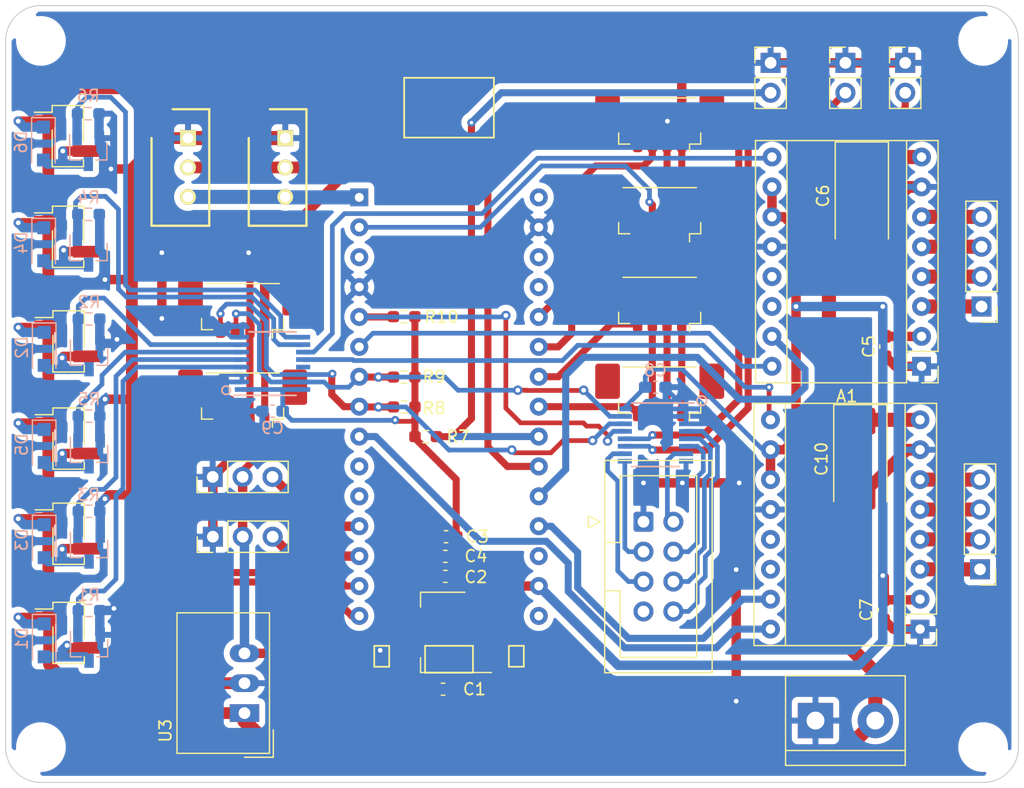
<source format=kicad_pcb>
(kicad_pcb (version 20211014) (generator pcbnew)
  (layers (0 "F.Cu" signal) (31 "B.Cu" signal) (34 "B.Paste" user) (35 "F.Paste" user) (36 "B.SilkS" user "B.Silkscreen") (37 "F.SilkS" user "F.Silkscreen") (38 "B.Mask" user) (39 "F.Mask" user) (44 "Edge.Cuts" user))
  (net 0 "")
  (net 1 "GND")
  (net 2 "PEN1")
  (net 3 "+3V3")
  (net 4 "Net-(A1-Pad3)")
  (net 5 "Net-(A1-Pad4)")
  (net 6 "Net-(A1-Pad5)")
  (net 8 "Net-(A1-Pad6)")
  (net 10 "PSTEP1")
  (net 11 "+12V")
  (net 12 "PDIR1")
  (net 13 "PEN2")
  (net 14 "Net-(A2-Pad3)")
  (net 15 "Net-(A2-Pad4)")
  (net 16 "Net-(A2-Pad5)")
  (net 18 "Net-(A2-Pad6)")
  (net 20 "PSTEP2")
  (net 21 "PDIR2")
  (net 22 "+5V")
  (net 23 "Net-(D1-Pad2)")
  (net 24 "Net-(D2-Pad2)")
  (net 25 "Net-(D3-Pad2)")
  (net 26 "Net-(D4-Pad2)")
  (net 27 "Net-(D5-Pad2)")
  (net 28 "Net-(D6-Pad2)")
  (net 29 "SERVO1")
  (net 30 "SERVO2")
  (net 31 "FDC1")
  (net 32 "FDC2")
  (net 33 "Dynamixel")
  (net 34 "PRESSURE1")
  (net 35 "PRESSURE_CLK")
  (net 36 "PRESSURE2")
  (net 37 "PRESSURE3")
  (net 38 "DISPLAY_DIO")
  (net 39 "DISPLAY_CLK")
  (net 40 "UART2_TX")
  (net 41 "UART2_RX")
  (net 42 "I2C1_SDA")
  (net 43 "I2C1_SCL")
  (net 44 "R_MEAS")
  (net 45 "COLOR")
  (net 46 "LEDR")
  (net 47 "LEDB")
  (net 48 "TIRETTE")
  (net 49 "BUTTON")
  (net 50 "LEDG")
  (net 52 "PUMP1")
  (net 53 "EV1")
  (net 54 "PUMP2")
  (net 55 "EV2")
  (net 56 "PUMP3")
  (net 57 "EV3")
  (net 58 "TCA_INT")
  (footprint "Capacitor_SMD:C_0603_1608Metric_Pad1.08x0.95mm_HandSolder" (layer "F.Cu") (at 120.338 104.794 180)
    (fp_text reference "C4")
    (fp_text value "10u")
  )
  (footprint "MountingHole:MountingHole_3.2mm_M3" (layer "F.Cu") (at 86 121)
    (fp_text reference "REF**" hide)
    (fp_text value "MountingHole_3.2mm_M3" hide)
  )
  (footprint "myFootprints:SHDR3W70P0X250_1X3_990X490X590P" (layer "F.Cu") (at 98.49 69.255 90)
    (fp_text reference "J7" hide)
    (fp_text value "22-03-5035" hide)
  )
  (footprint "Capacitor_Tantalum_SMD:CP_EIA-7343-31_Kemet-D_Pad2.25x2.55mm_HandSolder" (layer "F.Cu") (at 155.575 96.495 -90)
    (fp_text reference "C10")
    (fp_text value "100u")
  )
  (footprint "Converter_DCDC:Converter_DCDC_TRACO_TSR-1_THT" (layer "F.Cu") (at 103.2825 118.11 90)
    (fp_text reference "U3")
    (fp_text value "TSR_1-2450")
  )
  (footprint "Connector_Molex:Molex_PicoBlade_53398-0471_1x04-1MP_P1.25mm_Vertical" (layer "F.Cu") (at 138.537 76.176 180)
    (fp_text reference "J12" hide)
    (fp_text value "PRESSURE")
  )
  (footprint "Resistor_SMD:R_0603_1608Metric_Pad0.98x0.95mm_HandSolder" (layer "F.Cu") (at 118.672924 94.622595)
    (fp_text reference "R7")
    (fp_text value "1k")
  )
  (footprint "Connector_PinHeader_2.54mm:PinHeader_1x02_P2.54mm_Vertical_SMD_Pin1Left" (layer "F.Cu") (at 88.351 86.53)
    (fp_text reference "J6" hide)
    (fp_text value "EV" hide)
  )
  (footprint "MountingHole:MountingHole_3.2mm_M3" (layer "F.Cu") (at 166 121)
    (fp_text reference "REF**" hide)
    (fp_text value "MountingHole_3.2mm_M3" hide)
  )
  (footprint "Capacitor_SMD:C_0603_1608Metric_Pad1.08x0.95mm_HandSolder" (layer "F.Cu") (at 120.338 106.4958 180)
    (fp_text reference "C2")
    (fp_text value "10u")
  )
  (footprint "Connector_PinHeader_2.54mm:PinHeader_1x02_P2.54mm_Vertical_SMD_Pin1Left" (layer "F.Cu") (at 88.308 77.64)
    (fp_text reference "J11" hide)
    (fp_text value "EV")
  )
  (footprint "Resistor_SMD:R_0603_1608Metric_Pad0.98x0.95mm_HandSolder" (layer "F.Cu") (at 116.84 89.5604 180)
    (fp_text reference "R9")
    (fp_text value "2.2k")
  )
  (footprint "Connector_PinHeader_2.54mm:PinHeader_1x02_P2.54mm_Vertical_SMD_Pin1Left" (layer "F.Cu") (at 88.351 102.87)
    (fp_text reference "J10" hide)
    (fp_text value "PUMP")
  )
  (footprint "Module:Pololu_Breakout-16_15.2x20.3mm" (layer "F.Cu") (at 160.645 110.973 180)
    (fp_text reference "A2" hide)
    (fp_text value "Pololu_Breakout_A4988")
  )
  (footprint "Connector_PinHeader_2.54mm:PinHeader_1x02_P2.54mm_Vertical" (layer "F.Cu") (at 154.305 62.865)
    (fp_text reference "J3" hide)
    (fp_text value "FDC")
  )
  (footprint "Module:Pololu_Breakout-16_15.2x20.3mm" (layer "F.Cu") (at 160.772 88.646 180)
    (fp_text reference "A1")
    (fp_text value "Pololu_Breakout_A4988")
  )
  (footprint "Connector_PinHeader_2.54mm:PinHeader_1x02_P2.54mm_Vertical_SMD_Pin1Left" (layer "F.Cu") (at 88.2845 69.088)
    (fp_text reference "J17" hide)
    (fp_text value "EV")
  )
  (footprint "Connector_IDC:IDC-Header_2x04_P2.54mm_Vertical" (layer "F.Cu") (at 137.16 101.854)
    (fp_text reference "J22" hide)
    (fp_text value "HMI")
  )
  (footprint "myFootprints:SHDR3W70P0X250_1X3_990X490X590P" (layer "F.Cu") (at 106.745 69.255 90)
    (fp_text reference "J8" hide)
    (fp_text value "22-03-5035" hide)
  )
  (footprint "myFootprints:NUCLEO32" (layer "F.Cu") (at 120.65 92.075)
    (fp_text reference "U9" hide)
    (fp_text value "NUCLEO32-L432KC")
  )
  (footprint "Connector_Molex:Molex_PicoBlade_53398-0471_1x04-1MP_P1.25mm_Vertical" (layer "F.Cu") (at 103.124 84.328 180)
    (fp_text reference "J19" hide)
    (fp_text value "I2C")
  )
  (footprint "Connector_Molex:Molex_PicoBlade_53398-0471_1x04-1MP_P1.25mm_Vertical" (layer "F.Cu") (at 103.124 91.924 180)
    (fp_text reference "J15" hide)
    (fp_text value "DISPLAY")
  )
  (footprint "Connector_Molex:Molex_PicoBlade_53398-0471_1x04-1MP_P1.25mm_Vertical" (layer "F.Cu") (at 138.537 83.796 180)
    (fp_text reference "J13" hide)
    (fp_text value "PRESSURE")
  )
  (footprint "Connector_PinHeader_2.54mm:PinHeader_1x03_P2.54mm_Vertical" (layer "F.Cu") (at 100.584 98.044 90)
    (fp_text reference "J1" hide)
    (fp_text value "SERVO")
  )
  (footprint "Package_TO_SOT_SMD:SOT-223-3_TabPin2" (layer "F.Cu") (at 120.142 111.252 180)
    (fp_text reference "U4" hide)
    (fp_text value "LM3940_IMP3.3")
  )
  (footprint "Connector_PinHeader_2.54mm:PinHeader_1x02_P2.54mm_Vertical" (layer "F.Cu") (at 147.955 62.865)
    (fp_text reference "J21" hide)
    (fp_text value "Rmeas")
  )
  (footprint "Capacitor_SMD:C_0603_1608Metric_Pad1.08x0.95mm_HandSolder" (layer "F.Cu") (at 120.396 103.124 180)
    (fp_text reference "C3")
    (fp_text value "10u")
  )
  (footprint "Connector_PinHeader_2.54mm:PinHeader_1x02_P2.54mm_Vertical_SMD_Pin1Left" (layer "F.Cu") (at 88.351 111.295)
    (fp_text reference "J5" hide)
    (fp_text value "PUMP")
  )
  (footprint "Capacitor_SMD:C_0603_1608Metric_Pad1.08x0.95mm_HandSolder" (layer "F.Cu") (at 157.734 86.9685 90)
    (fp_text reference "C5")
    (fp_text value "100n")
  )
  (footprint "Connector_PinHeader_2.54mm:PinHeader_1x04_P2.54mm_Vertical" (layer "F.Cu") (at 165.862 83.566 180)
    (fp_text reference "J20" hide)
    (fp_text value "STEPPER")
  )
  (footprint "Capacitor_SMD:C_0603_1608Metric_Pad1.08x0.95mm_HandSolder" (layer "F.Cu") (at 157.607 109.3485 90)
    (fp_text reference "C7")
    (fp_text value "100n")
  )
  (footprint "Connector_PinHeader_2.54mm:PinHeader_1x02_P2.54mm_Vertical" (layer "F.Cu") (at 159.385 62.865)
    (fp_text reference "J4" hide)
    (fp_text value "FDC")
  )
  (footprint "TerminalBlock:TerminalBlock_bornier-2_P5.08mm" (layer "F.Cu") (at 151.765 118.745)
    (fp_text reference "J9" hide)
    (fp_text value "Screw_Terminal_01x02" hide)
  )
  (footprint "Connector_PinHeader_2.54mm:PinHeader_1x02_P2.54mm_Vertical_SMD_Pin1Left" (layer "F.Cu") (at 88.351 94.785)
    (fp_text reference "J16" hide)
    (fp_text value "PUMP")
  )
  (footprint "Resistor_SMD:R_0603_1608Metric_Pad0.98x0.95mm_HandSolder" (layer "F.Cu") (at 116.8381 84.4296 180)
    (fp_text reference "R10")
    (fp_text value "4.7k")
  )
  (footprint "MountingHole:MountingHole_3.2mm_M3" (layer "F.Cu") (at 86 61)
    (fp_text reference "REF**" hide)
    (fp_text value "MountingHole_3.2mm_M3" hide)
  )
  (footprint "Resistor_SMD:R_0603_1608Metric_Pad0.98x0.95mm_HandSolder" (layer "F.Cu") (at 116.8419 92.1004 180)
    (fp_text reference "R8")
    (fp_text value "2.2k")
  )
  (footprint "Connector_Molex:Molex_PicoBlade_53398-0471_1x04-1MP_P1.25mm_Vertical" (layer "F.Cu") (at 138.537 91.416 180)
    (fp_text reference "J14" hide)
    (fp_text value "PRESSURE")
  )
  (footprint "Connector_Molex:Molex_PicoBlade_53398-0471_1x04-1MP_P1.25mm_Vertical" (layer "F.Cu") (at 138.537 68.556 180)
    (fp_text reference "J18" hide)
    (fp_text value "UART")
  )
  (footprint "Connector_PinHeader_2.54mm:PinHeader_1x04_P2.54mm_Vertical" (layer "F.Cu") (at 165.735 105.893 180)
    (fp_text reference "J23" hide)
    (fp_text value "STEPPER")
  )
  (footprint "Capacitor_SMD:C_0603_1608Metric_Pad1.08x0.95mm_HandSolder" (layer "F.Cu") (at 120.142 116.078 180)
    (fp_text reference "C1")
    (fp_text value "470n")
  )
  (footprint "Capacitor_Tantalum_SMD:CP_EIA-7343-31_Kemet-D_Pad2.25x2.55mm_HandSolder" (layer "F.Cu") (at 155.702 74.168 -90)
    (fp_text reference "C6")
    (fp_text value "100u")
  )
  (footprint "Connector_PinHeader_2.54mm:PinHeader_1x03_P2.54mm_Vertical" (layer "F.Cu") (at 100.599 103.124 90)
    (fp_text reference "J2" hide)
    (fp_text value "SERVO")
  )
  (footprint "MountingHole:MountingHole_3.2mm_M3" (layer "F.Cu") (at 166 61)
    (fp_text reference "REF**" hide)
    (fp_text value "MountingHole_3.2mm_M3" hide)
  )
  (footprint "Diode_SMD:D_SOD-123F" (layer "B.Cu") (at 86.276 111.93 -90)
    (fp_text reference "D1")
    (fp_text value "PMEG2020EH")
  )
  (footprint "Resistor_SMD:R_0603_1608Metric_Pad0.98x0.95mm_HandSolder" (layer "B.Cu") (at 90.0195 67.183)
    (fp_text reference "R6")
    (fp_text value "10k")
  )
  (footprint "Capacitor_SMD:C_0603_1608Metric_Pad1.08x0.95mm_HandSolder" (layer "B.Cu") (at 138.176 90.424 180)
    (fp_text reference "C8")
    (fp_text value "100n")
  )
  (footprint "Resistor_SMD:R_0603_1608Metric_Pad0.98x0.95mm_HandSolder" (layer "B.Cu") (at 90.086 100.965)
    (fp_text reference "R3")
    (fp_text value "10k")
  )
  (footprint "myFootprints:SOT-23" (layer "B.Cu") (at 90.043 78.91 -90)
    (fp_text reference "U6" hide)
    (fp_text value "IRLML6344" hide)
  )
  (footprint "Diode_SMD:D_SOD-123F" (layer "B.Cu") (at 86.276 87.165 -90)
    (fp_text reference "D2")
    (fp_text value "PMEG2020EH" hide)
  )
  (footprint "Diode_SMD:D_SOD-123F" (layer "B.Cu") (at 86.233 78.275 -90)
    (fp_text reference "D4")
    (fp_text value "PMEG2020EH" hide)
  )
  (footprint "Resistor_SMD:R_0603_1608Metric_Pad0.98x0.95mm_HandSolder" (layer "B.Cu") (at 90.086 84.625)
    (fp_text reference "R2")
    (fp_text value "10k")
  )
  (footprint "Resistor_SMD:R_0603_1608Metric_Pad0.98x0.95mm_HandSolder" (layer "B.Cu") (at 90.086 109.39)
    (fp_text reference "R1")
    (fp_text value "10k")
  )
  (footprint "myFootprints:SOT-23" (layer "B.Cu") (at 90.0195 70.358 -90)
    (fp_text reference "U8" hide)
    (fp_text value "IRLML6344" hide)
  )
  (footprint "Capacitor_SMD:C_0603_1608Metric_Pad1.08x0.95mm_HandSolder" (layer "B.Cu") (at 105.664 92.456)
    (fp_text reference "C9")
    (fp_text value "100n")
  )
  (footprint "Resistor_SMD:R_0603_1608Metric_Pad0.98x0.95mm_HandSolder" (layer "B.Cu") (at 90.043 75.735)
    (fp_text reference "R4")
    (fp_text value "10k")
  )
  (footprint "Diode_SMD:D_SOD-123F" (layer "B.Cu") (at 86.276 103.505 -90)
    (fp_text reference "D3")
    (fp_text value "PMEG2020EH")
  )
  (footprint "myFootprints:SOT-23" (layer "B.Cu") (at 90.086 96.055 -90)
    (fp_text reference "U7" hide)
    (fp_text value "IRLML6344")
  )
  (footprint "Diode_SMD:D_SOD-123F" (layer "B.Cu") (at 86.2095 69.723 -90)
    (fp_text reference "D6")
    (fp_text value "PMEG2020EH" hide)
  )
  (footprint "Package_SO:SSOP-16_3.9x4.9mm_P0.635mm" (layer "B.Cu") (at 138.176 94.488 180)
    (fp_text reference "U10" hide)
    (fp_text value "TCA9554DBQ")
  )
  (footprint "myFootprints:SOT-23" (layer "B.Cu") (at 90.086 87.8 -90)
    (fp_text reference "U2" hide)
    (fp_text value "IRLML6344" hide)
  )
  (footprint "Resistor_SMD:R_0603_1608Metric_Pad0.98x0.95mm_HandSolder" (layer "B.Cu") (at 90.086 92.88)
    (fp_text reference "R5")
    (fp_text value "10k")
  )
  (footprint "Diode_SMD:D_SOD-123F" (layer "B.Cu") (at 86.276 95.42 -90)
    (fp_text reference "D5")
    (fp_text value "PMEG2020EH")
  )
  (footprint "myFootprints:SOT-23" (layer "B.Cu") (at 90.086 112.565 -90)
    (fp_text reference "U1" hide)
    (fp_text value "IRLML6344")
  )
  (footprint "myFootprints:SOT-23" (layer "B.Cu") (at 90.086 104.14 -90)
    (fp_text reference "U5" hide)
    (fp_text value "IRLML6344")
  )
  (footprint "Package_SO:SSOP-16_3.9x4.9mm_P0.635mm" (layer "B.Cu") (at 105.664 88.392)
    (fp_text reference "U11" hide)
    (fp_text value "TCA9554DBQ")
  )
  (gr_circle (center 101.727 90.678) (end 101.981 90.932) (layer "B.SilkS") (width 0.15) (fill none))
  (gr_circle (center 142.113 91.567) (end 142.24 91.948) (layer "B.SilkS") (width 0.15) (fill none))
  (gr_line (start 83 121) (end 83 61) (layer "Edge.Cuts") (width 0.1))
  (gr_arc (start 83 61) (mid 83.87868 58.87868) (end 86 58) (layer "Edge.Cuts") (width 0.1))
  (gr_arc (start 169 121) (mid 168.12132 123.12132) (end 166 124) (layer "Edge.Cuts") (width 0.1))
  (gr_line (start 86 58) (end 166 58) (layer "Edge.Cuts") (width 0.1))
  (gr_line (start 166 124) (end 86 124) (layer "Edge.Cuts") (width 0.1))
  (gr_arc (start 166 58) (mid 168.12132 58.87868) (end 169 61) (layer "Edge.Cuts") (width 0.1))
  (gr_arc (start 86 124) (mid 83.87868 123.12132) (end 83 121) (layer "Edge.Cuts") (width 0.1))
  (gr_line (start 169 61) (end 169 121) (layer "Edge.Cuts") (width 0.1))
  (segment (start 139.162 77.426) (end 139.162 85.046) (width 0.6) (layer "F.Cu") (net 1))
  (segment (start 99.06 115.57) (end 103.2825 115.57) (width 1) (layer "F.Cu") (net 1))
  (segment (start 91.948 71.882) (end 93.726 71.882) (width 0.8) (layer "F.Cu") (net 1))
  (segment (start 93.726 86.36) (end 93.726 91.44) (width 1) (layer "F.Cu") (net 1))
  (segment (start 103.749 94.879) (end 103.749 93.174) (width 0.8) (layer "F.Cu") (net 1))
  (segment (start 96.353 69.255) (end 93.726 71.882) (width 1) (layer "F.Cu") (net 1))
  (segment (start 93.726 91.44) (end 93.726 99.568) (width 1) (layer "F.Cu") (net 1))
  (segment (start 103.749 85.578) (end 103.749 79.111) (width 0.6) (layer "F.Cu") (net 1))
  (segment (start 119.5335 104.736) (end 119.4755 104.794) (width 0.8) (layer "F.Cu") (net 1))
  (segment (start 158.549 88.646) (end 157.734 87.831) (width 0.8) (layer "F.Cu") (net 1))
  (segment (start 145.034 105.918) (end 145.034 117.094) (width 0.8) (layer "F.Cu") (net 1))
  (segment (start 159.664 73.406) (end 155.702 77.368) (width 1) (layer "F.Cu") (net 1))
  (segment (start 96.266 84.582) (end 96.266 78.994) (width 0.8) (layer "F.Cu") (net 1))
  (segment (start 103.749 85.578) (end 103.749 93.174) (width 0.6) (layer "F.Cu") (net 1))
  (segment (start 158.369 110.973) (end 157.607 110.211) (width 0.8) (layer "F.Cu") (net 1))
  (segment (start 91.77452 99.568) (end 93.726 99.568) (width 0.8) (layer "F.Cu") (net 1))
  (segment (start 159.385 62.865) (end 154.305 62.865) (width 0.8) (layer "F.Cu") (net 1))
  (segment (start 123.292 111.252) (end 116.992 111.252) (width 0.8) (layer "F.Cu") (net 1))
  (segment (start 103.749 79.111) (end 103.632 78.994) (width 0.6) (layer "F.Cu") (net 1))
  (segment (start 98.49 69.255) (end 96.353 69.255) (width 1) (layer "F.Cu") (net 1))
  (segment (start 91.44 99.90252) (end 91.77452 99.568) (width 0.8) (layer "F.Cu") (net 1))
  (segment (start 160.645 95.733) (end 159.537 95.733) (width 1) (layer "F.Cu") (net 1))
  (segment (start 93.726 71.882) (end 93.726 81.534) (width 1) (layer "F.Cu") (net 1))
  (segment (start 106.745 69.255) (end 98.49 69.255) (width 1.2) (layer "F.Cu") (net 1))
  (segment (start 91.44 91.44) (end 93.726 91.44) (width 0.8) (layer "F.Cu") (net 1))
  (segment (start 116.992 108.9793) (end 119.4755 106.4958) (width 0.8) (layer "F.Cu") (net 1))
  (segment (start 139.162 69.806) (end 139.162 77.426) (width 0.6) (layer "F.Cu") (net 1))
  (segment (start 93.472 109.22) (end 93.726 108.966) (width 0.8) (layer "F.Cu") (net 1))
  (segment (start 116.992 111.252) (end 116.992 108.9793) (width 0.8) (layer "F.Cu") (net 1))
  (segment (start 159.537 95.733) (end 155.575 99.695) (width 1) (layer "F.Cu") (net 1))
  (segment (start 154.305 62.865) (end 147.955 62.865) (width 0.8) (layer "F.Cu") (net 1))
  (segment (start 100.584 98.044) (end 103.749 94.879) (width 0.8) (layer "F.Cu") (net 1))
  (segment (start 92.456 86.36) (end 93.726 86.36) (width 0.8) (layer "F.Cu") (net 1))
  (segment (start 119.4755 104.794) (end 119.4755 106.4958) (width 0.8) (layer "F.Cu") (net 1))
  (segment (start 139.162 85.046) (end 139.162 92.666) (width 0.6) (layer "F.Cu") (net 1))
  (segment (start 93.726 108.966) (end 93.726 110.236) (width 1) (layer "F.Cu") (net 1))
  (segment (start 160.772 88.646) (end 158.549 88.646) (width 0.8) (layer "F.Cu") (net 1))
  (segment (start 93.726 99.568) (end 93.726 108.966) (width 1) (layer "F.Cu") (net 1))
  (segment (start 139.162 67.848) (end 139.192 67.818) (width 0.6) (layer "F.Cu") (net 1))
  (segment (start 92.202 109.22) (end 93.472 109.22) (width 0.8) (layer "F.Cu") (net 1))
  (segment (start 100.599 98.059) (end 100.584 98.044) (width 0.8) (layer "F.Cu") (net 1))
  (segment (start 139.162 69.806) (end 139.162 67.848) (width 0.6) (layer "F.Cu") (net 1))
  (segment (start 119.2795 113.5395) (end 116.992 111.252) (width 0.8) (layer "F.Cu") (net 1))
  (segment (start 100.599 103.124) (end 100.599 98.059) (width 0.8) (layer "F.Cu") (net 1))
  (segment (start 116.332 111.252) (end 114.808 112.776) (width 0.8) (layer "F.Cu") (net 1))
  (segment (start 119.5335 103.124) (end 119.5335 104.736) (width 0.8) (layer "F.Cu") (net 1))
  (segment (start 116.992 111.252) (end 116.332 111.252) (width 0.8) (layer "F.Cu") (net 1))
  (segment (start 93.726 110.236) (end 99.06 115.57) (width 1) (layer "F.Cu") (net 1))
  (segment (start 93.726 81.534) (end 93.726 86.36) (width 1) (layer "F.Cu") (net 1))
  (segment (start 140.462 98.552) (end 137.16 98.552) (width 0.8) (layer "F.Cu") (net 1))
  (segment (start 93.472 81.28) (end 93.726 81.534) (width 0.8) (layer "F.Cu") (net 1))
  (segment (start 160.772 73.406) (end 159.664 73.406) (width 1) (layer "F.Cu") (net 1))
  (segment (start 140.462 98.552) (end 145.288 98.552) (width 0.8) (layer "F.Cu") (net 1))
  (segment (start 160.645 110.973) (end 158.369 110.973) (width 0.8) (layer "F.Cu") (net 1))
  (segment (start 119.2795 116.078) (end 119.2795 113.5395) (width 0.8) (layer "F.Cu") (net 1))
  (segment (start 91.44 81.28) (end 93.472 81.28) (width 0.8) (layer "F.Cu") (net 1))
  (via (at 91.948 71.882) (size 0.8) (drill 0.4) (layers "F.Cu" "B.Cu") (net 1))
  (via (at 139.192 67.818) (size 0.8) (drill 0.4) (layers "F.Cu" "B.Cu") (net 1))
  (via (at 96.266 78.994) (size 0.8) (drill 0.4) (layers "F.Cu" "B.Cu") (net 1))
  (via (at 145.034 105.918) (size 0.8) (drill 0.4) (layers "F.Cu" "B.Cu") (net 1))
  (via (at 92.202 109.22) (size 0.8) (drill 0.4) (layers "F.Cu" "B.Cu") (net 1))
  (via (at 91.44 99.90252) (size 0.8) (drill 0.4) (layers "F.Cu" "B.Cu") (net 1))
  (via (at 140.462 98.552) (size 0.8) (drill 0.4) (layers "F.Cu" "B.Cu") (net 1))
  (via (at 145.034 117.094) (size 0.8) (drill 0.4) (layers "F.Cu" "B.Cu") (net 1))
  (via (at 103.632 78.994) (size 0.8) (drill 0.4) (layers "F.Cu" "B.Cu") (net 1))
  (via (at 91.44 81.28) (size 0.8) (drill 0.4) (layers "F.Cu" "B.Cu") (net 1))
  (via (at 114.808 112.776) (size 0.8) (drill 0.4) (layers "F.Cu" "B.Cu") (net 1))
  (via (at 96.266 84.582) (size 0.8) (drill 0.4) (layers "F.Cu" "B.Cu") (net 1))
  (via (at 145.288 98.552) (size 0.8) (drill 0.4) (layers "F.Cu" "B.Cu") (net 1))
  (via (at 91.44 91.44) (size 0.8) (drill 0.4) (layers "F.Cu" "B.Cu") (net 1))
  (via (at 137.16 98.552) (size 0.8) (drill 0.4) (layers "F.Cu" "B.Cu") (net 1))
  (via (at 92.456 86.36) (size 0.8) (drill 0.4) (layers "F.Cu" "B.Cu") (net 1))
  (segment (start 92.116 86.7) (end 92.456 86.36) (width 0.8) (layer "B.Cu") (net 1))
  (segment (start 140.776 92.9005) (end 142.6845 92.9005) (width 0.4) (layer "B.Cu") (net 1))
  (segment (start 142.748 92.456) (end 142.748 92.964) (width 0.4) (layer "B.Cu") (net 1))
  (segment (start 90.932 67.183) (end 90.932 69.2205) (width 0.8) (layer "B.Cu") (net 1))
  (segment (start 90.932 69.2205) (end 90.9695 69.258) (width 0.8) (layer "B.Cu") (net 1))
  (segment (start 103.064 89.3445) (end 101.4095 89.3445) (width 0.4) (layer "B.Cu") (net 1))
  (segment (start 90.9985 111.4275) (end 91.036 111.465) (width 0.8) (layer "B.Cu") (net 1))
  (segment (start 101.7905 89.9795) (end 100.584 91.186) (width 0.4) (layer "B.Cu") (net 1))
  (segment (start 90.9985 109.39) (end 90.9985 111.4275) (width 0.8) (layer "B.Cu") (net 1))
  (segment (start 100.584 84.582) (end 96.266 84.582) (width 0.4) (layer "B.Cu") (net 1))
  (segment (start 90.9695 69.6335) (end 91.948 70.612) (width 0.8) (layer "B.Cu") (net 1))
  (segment (start 90.9695 69.258) (end 90.9695 69.6335) (width 0.8) (layer "B.Cu") (net 1))
  (segment (start 140.776 98.238) (end 140.462 98.552) (width 0.4) (layer "B.Cu") (net 1))
  (segment (start 140.776 96.7105) (end 140.776 98.238) (width 0.4) (layer "B.Cu") (net 1))
  (segment (start 91.44 79.248) (end 91.44 81.28) (width 0.8) (layer "B.Cu") (net 1))
  (segment (start 91.948 70.612) (end 91.948 71.882) (width 0.8) (layer "B.Cu") (net 1))
  (segment (start 142.748 92.964) (end 142.748 93.472) (width 0.4) (layer "B.Cu") (net 1))
  (segment (start 90.9985 94.9175) (end 91.036 94.955) (width 0.8) (layer "B.Cu") (net 1))
  (segment (start 90.993 78.801) (end 91.44 79.248) (width 0.8) (layer "B.Cu") (net 1))
  (segment (start 90.993 77.81) (end 90.993 78.801) (width 0.8) (layer "B.Cu") (net 1))
  (segment (start 91.036 86.7) (end 92.116 86.7) (width 0.8) (layer "B.Cu") (net 1))
  (segment (start 90.9985 109.39) (end 92.032 109.39) (width 0.8) (layer "B.Cu") (net 1))
  (segment (start 90.993 75.7725) (end 90.9555 75.735) (width 0.8) (layer "B.Cu") (net 1))
  (segment (start 142.5575 92.2655) (end 142.748 92.456) (width 0.4) (layer "B.Cu") (net 1))
  (segment (start 91.036 101.0025) (end 90.9985 100.965) (width 0.8) (layer "B.Cu") (net 1))
  (segment (start 142.6845 93.5355) (end 140.776 93.5355) (width 0.4) (layer "B.Cu") (net 1))
  (segment (start 90.9985 92.88) (end 90.9985 94.9175) (width 0.8) (layer "B.Cu") (net 1))
  (segment (start 142.748 93.472) (end 142.6845 93.5355) (width 0.4) (layer "B.Cu") (net 1))
  (segment (start 100.584 91.186) (end 100.584 98.044) (width 0.4) (layer "B.Cu") (net 1))
  (segment (start 92.032 109.39) (end 92.202 109.22) (width 0.8) (layer "B.Cu") (net 1))
  (segment (start 91.036 103.04) (end 91.036 101.0025) (width 0.8) (layer "B.Cu") (net 1))
  (segment (start 90.9985 86.6625) (end 91.036 86.7) (width 0.8) (layer "B.Cu") (net 1))
  (segment (start 102.1715 86.1695) (end 100.584 84.582) (width 0.4) (layer "B.Cu") (net 1))
  (segment (start 90.9985 92.88) (end 90.9985 91.8815) (width 0.8) (layer "B.Cu") (net 1))
  (segment (start 140.776 92.2655) (end 142.5575 92.2655) (width 0.4) (layer "B.Cu") (net 1))
  (segment (start 142.6845 92.9005) (end 142.748 92.964) (width 0.4) (layer "B.Cu") (net 1))
  (segment (start 90.993 77.81) (end 90.993 75.7725) (width 0.8) (layer "B.Cu") (net 1))
  (segment (start 90.9985 100.965) (end 90.9985 100.34402) (width 0.8) (layer "B.Cu") (net 1))
  (segment (start 90.9985 91.8815) (end 91.44 91.44) (width 0.8) (layer "B.Cu") (net 1))
  (segment (start 139.0385 90.424) (end 139.0385 90.528) (width 0.4) (layer "B.Cu") (net 1))
  (segment (start 139.0385 90.528) (end 140.776 92.2655) (width 0.4) (layer "B.Cu") (net 1))
  (segment (start 101.4095 89.3445) (end 100.584 90.17) (width 0.4) (layer "B.Cu") (net 1))
  (segment (start 100.584 90.17) (end 100.584 91.186) (width 0.4) (layer "B.Cu") (net 1))
  (segment (start 90.9985 100.34402) (end 91.44 99.90252) (width 0.8) (layer "B.Cu") (net 1))
  (segment (start 103.064 86.1695) (end 102.1715 86.1695) (width 0.4) (layer "B.Cu") (net 1))
  (segment (start 90.9985 84.625) (end 90.9985 86.6625) (width 0.8) (layer "B.Cu") (net 1))
  (segment (start 103.064 89.9795) (end 101.7905 89.9795) (width 0.4) (layer "B.Cu") (net 1))
  (segment (start 123.462511 75.673489) (end 128.1684 70.9676) (width 0.4) (layer "B.Cu") (net 2))
  (segment (start 111.778511 75.673489) (end 123.462511 75.673489) (width 0.4) (layer "B.Cu") (net 2))
  (segment (start 110.744 76.708) (end 111.778511 75.673489) (width 0.4) (layer "B.Cu") (net 2))
  (segment (start 128.1684 70.9676) (end 147.2592 70.9676) (width 0.4) (layer "B.Cu") (net 2))
  (segment (start 108.264 87.4395) (end 109.1565 87.4395) (width 0.4) (layer "B.Cu") (net 2))
  (segment (start 110.744 85.852) (end 110.744 76.708) (width 0.4) (layer "B.Cu") (net 2))
  (segment (start 109.1565 87.4395) (end 110.744 85.852) (width 0.4) (layer "B.Cu") (net 2))
  (segment (start 121.2005 106.4958) (end 121.2005 106.8605) (width 0.8) (layer "F.Cu") (net 3))
  (segment (start 149.098 75.946) (end 148.072 75.946) (width 0.8) (layer "F.Cu") (net 3))
  (segment (start 116.1796 93.3196) (end 117.7544 93.3196) (width 0.4) (layer "F.Cu") (net 3))
  (segment (start 117.760424 94.760424) (end 121.2585 98.2585) (width 0.6) (layer "F.Cu") (net 3))
  (segment (start 160.772 86.106) (end 157.734 86.106) (width 0.8) (layer "F.Cu") (net 3))
  (segment (start 117.7544 94.616571) (end 117.760424 94.622595) (width 0.6) (layer "F.Cu") (net 3))
  (segment (start 121.2005 104.794) (end 121.2005 106.4958) (width 0.8) (layer "F.Cu") (net 3))
  (segment (start 116.078 93.218) (end 116.1796 93.3196) (width 0.4) (layer "F.Cu") (net 3))
  (segment (start 117.7544 92.1004) (end 117.7544 89.5623) (width 0.6) (layer "F.Cu") (net 3))
  (segment (start 157.607 108.486) (end 160.592 108.486) (width 0.8) (layer "F.Cu") (net 3))
  (segment (start 157.48 85.852) (end 157.734 86.106) (width 0.8) (layer "F.Cu") (net 3))
  (segment (start 121.2585 103.124) (end 121.2585 104.736) (width 0.8) (layer "F.Cu") (net 3))
  (segment (start 121.2585 104.736) (end 121.2005 104.794) (width 0.8) (layer "F.Cu") (net 3))
  (segment (start 121.2005 106.8605) (end 123.292 108.952) (width 0.8) (layer "F.Cu") (net 3))
  (segment (start 117.760424 94.622595) (end 117.760424 94.760424) (width 0.6) (layer "F.Cu") (net 3))
  (segment (start 124.929 107.315) (end 123.292 108.952) (width 0.8) (layer "F.Cu") (net 3))
  (segment (start 128.27 107.315) (end 124.929 107.315) (width 0.8) (layer "F.Cu") (net 3))
  (segment (start 149.123 95.733) (end 150.114 94.742) (width 0.8) (layer "F.Cu") (net 3))
  (segment (start 148.072 73.406) (end 148.072 75.946) (width 0.8) (layer "F.Cu") (net 3))
  (segment (start 117.7525 84.4315) (end 117.7506 84.4296) (width 0.6) (layer "F.Cu") (net 3))
  (segment (start 117.7525 89.5604) (end 117.7525 84.4315) (width 0.6) (layer "F.Cu") (net 3))
  (segment (start 121.2585 98.2585) (end 121.2585 103.124) (width 0.6) (layer "F.Cu") (net 3))
  (segment (start 157.607 108.486) (end 157.607 106.553) (width 0.8) (layer "F.Cu") (net 3))
  (segment (start 157.607 106.553) (end 157.48 106.426) (width 0.8) (layer "F.Cu") (net 3))
  (segment (start 117.7544 93.3196) (end 117.7544 94.616571) (width 0.6) (layer "F.Cu") (net 3))
  (segment (start 150.114 76.962) (end 149.098 75.946) (width 0.8) (layer "F.Cu") (net 3))
  (segment (start 150.114 94.742) (end 150.114 76.962) (width 0.8) (layer "F.Cu") (net 3))
  (segment (start 117.7544 89.5623) (end 117.7525 89.5604) (width 0.6) (layer "F.Cu") (net 3))
  (segment (start 117.7544 92.1004) (end 117.7544 93.3196) (width 0.6) (layer "F.Cu") (net 3))
  (segment (start 160.592 108.486) (end 160.645 108.433) (width 0.8) (layer "F.Cu") (net 3))
  (segment (start 157.48 83.566) (end 157.48 85.852) (width 0.8) (layer "F.Cu") (net 3))
  (segment (start 147.945 95.733) (end 147.945 98.273) (width 0.8) (layer "F.Cu") (net 3))
  (segment (start 147.945 95.733) (end 149.123 95.733) (width 0.8) (layer "F.Cu") (net 3))
  (via (at 157.48 83.566) (size 0.8) (drill 0.4) (layers "F.Cu" "B.Cu") (net 3))
  (via (at 157.48 106.426) (size 0.8) (drill 0.4) (layers "F.Cu" "B.Cu") (net 3))
  (via (at 150.114 83.566) (size 0.8) (drill 0.4) (layers "F.Cu" "B.Cu") (net 3))
  (via (at 116.078 93.218) (size 0.7) (drill 0.3) (layers "F.Cu" "B.Cu") (net 3))
  (segment (start 135.576 92.2655) (end 135.576 92.1615) (width 0.4) (layer "B.Cu") (net 3))
  (segment (start 155.448 114.046) (end 135.001 114.046) (width 0.8) (layer "B.Cu") (net 3))
  (segment (start 147.295 95.733) (end 147.945 95.733) (width 0.4) (layer "B.Cu") (net 3))
  (segment (start 116.059489 93.236511) (end 116.078 93.218) (width 0.4) (layer "B.Cu") (net 3))
  (segment (start 157.48 106.426) (end 157.48 112.014) (width 0.8) (layer "B.Cu") (net 3))
  (segment (start 140.462 88.9) (end 147.295 95.733) (width 0.4) (layer "B.Cu") (net 3))
  (segment (start 137.3135 90.424) (end 137.3135 89.5085) (width 0.4) (layer "B.Cu") (net 3))
  (segment (start 106.5265 92.456) (end 106.5265 90.7555) (width 0.4) (layer "B.Cu") (net 3))
  (segment (start 137.922 88.9) (end 140.462 88.9) (width 0.4) (layer "B.Cu") (net 3))
  (segment (start 106.5265 92.456) (end 107.307011 93.236511) (width 0.4) (layer "B.Cu") (net 3))
  (segment (start 106.3855 90.6145) (end 108.264 90.6145) (width 0.4) (layer "B.Cu") (net 3))
  (segment (start 135.576 92.1615) (end 137.3135 90.424) (width 0.4) (layer "B.Cu") (net 3))
  (segment (start 107.307011 93.236511) (end 116.059489 93.236511) (width 0.4) (layer "B.Cu") (net 3))
  (segment (start 106.5265 90.7555) (end 106.3855 90.6145) (width 0.4) (layer "B.Cu") (net 3))
  (segment (start 135.001 114.046) (end 128.27 107.315) (width 0.8) (layer "B.Cu") (net 3))
  (segment (start 157.48 106.426) (end 157.48 83.566) (width 0.8) (layer "B.Cu") (net 3))
  (segment (start 157.48 83.566) (end 150.114 83.566) (width 0.8) (layer "B.Cu") (net 3))
  (segment (start 103.064 90.6145) (end 106.3855 90.6145) (width 0.4) (layer "B.Cu") (net 3))
  (segment (start 137.3135 89.5085) (end 137.922 88.9) (width 0.4) (layer "B.Cu") (net 3))
  (segment (start 157.48 112.014) (end 155.448 114.046) (width 0.8) (layer "B.Cu") (net 3))
  (segment (start 160.772 83.566) (end 165.862 83.566) (width 1.2) (layer "F.Cu") (net 4))
  (segment (start 165.862 81.026) (end 160.772 81.026) (width 1.2) (layer "F.Cu") (net 5))
  (segment (start 160.772 78.486) (end 165.862 78.486) (width 1.2) (layer "F.Cu") (net 6))
  (segment (start 165.862 75.946) (end 160.772 75.946) (width 1.2) (layer "F.Cu") (net 8))
  (segment (start 150.876 88.91) (end 148.072 86.106) (width 0.6) (layer "B.Cu") (net 10))
  (segment (start 141.732 87.884) (end 145.288 91.44) (width 0.6) (layer "B.Cu") (net 10))
  (segment (start 150.876 90.424) (end 150.876 88.91) (width 0.6) (layer "B.Cu") (net 10))
  (segment (start 145.288 91.44) (end 149.86 91.44) (width 0.6) (layer "B.Cu") (net 10))
  (segment (start 132.08 87.884) (end 141.732 87.884) (width 0.6) (layer "B.Cu") (net 10))
  (segment (start 130.556 89.408) (end 130.556 97.409) (width 0.6) (layer "B.Cu") (net 10))
  (segment (start 149.86 91.44) (end 150.876 90.424) (width 0.6) (layer "B.Cu") (net 10))
  (segment (start 130.556 97.409) (end 128.27 99.695) (width 0.6) (layer "B.Cu") (net 10))
  (segment (start 130.556 89.408) (end 132.08 87.884) (width 0.6) (layer "B.Cu") (net 10))
  (segment (start 84.074 109.982) (end 86.653 109.982) (width 0.8) (layer "F.Cu") (net 11))
  (segment (start 86.6295 67.818) (end 86.6295 66.2785) (width 1) (layer "F.Cu") (net 11))
  (segment (start 86.569 76.454) (end 86.653 76.37) (width 0.8) (layer "F.Cu") (net 11))
  (segment (start 86.6295 109.9585) (end 86.696 110.025) (width 1) (layer "F.Cu") (net 11))
  (segment (start 156.845 118.745) (end 153.924 121.666) (width 1.2) (layer "F.Cu") (net 11))
  (segment (start 153.924 121.666) (end 106.172 121.666) (width 1.2) (layer "F.Cu") (net 11))
  (segment (start 84.074 85.344) (end 86.612 85.344) (width 0.8) (layer "F.Cu") (net 11))
  (segment (start 152.908 93.472) (end 155.398 93.472) (width 1.2) (layer "F.Cu") (net 11))
  (segment (start 108.585 71.755) (end 106.745 71.755) (width 1) (layer "F.Cu") (net 11))
  (segment (start 94.615 116.84) (end 95.885 118.11) (width 1) (layer "F.Cu") (net 11))
  (segment (start 84.074 101.6) (end 86.696 101.6) (width 0.8) (layer "F.Cu") (net 11))
  (segment (start 153.822 70.968) (end 155.702 70.968) (width 1.2) (layer "F.Cu") (net 11))
  (segment (start 89.535 116.84) (end 94.615 116.84) (width 1) (layer "F.Cu") (net 11))
  (segment (start 84.074 67.818) (end 86.6295 67.818) (width 0.8) (layer "F.Cu") (net 11))
  (segment (start 152.908 93.472) (end 152.908 71.882) (width 1.2) (layer "F.Cu") (net 11))
  (segment (start 110.236 70.104) (end 108.585 71.755) (width 1) (layer "F.Cu") (net 11))
  (segment (start 107.95 65.024) (end 110.236 67.31) (width 1) (layer "F.Cu") (net 11))
  (segment (start 95.885 118.11) (end 103.2825 118.11) (width 1) (layer "F.Cu") (net 11))
  (segment (start 155.804 70.866) (end 155.702 70.968) (width 1.2) (layer "F.Cu") (net 11))
  (segment (start 110.236 67.31) (end 110.236 70.104) (width 1) (layer "F.Cu") (net 11))
  (segment (start 86.612 85.344) (end 86.696 85.26) (width 0.8) (layer "F.Cu") (net 11))
  (segment (start 86.6295 66.2785) (end 87.884 65.024) (width 1) (layer "F.Cu") (net 11))
  (segment (start 86.653 93.472) (end 86.696 93.515) (width 0.8) (layer "F.Cu") (net 11))
  (segment (start 155.677 93.193) (end 155.575 93.295) (width 1.2) (layer "F.Cu") (net 11))
  (segment (start 106.172 121.666) (end 103.2825 118.7765) (width 1.2) (layer "F.Cu") (net 11))
  (segment (start 86.653 109.982) (end 86.696 110.025) (width 0.8) (layer "F.Cu") (net 11))
  (segment (start 155.398 93.472) (end 155.575 93.295) (width 1.2) (layer "F.Cu") (net 11))
  (segment (start 86.6295 67.818) (end 86.6295 109.9585) (width 1) (layer "F.Cu") (net 11))
  (segment (start 160.645 93.193) (end 155.677 93.193) (width 1.2) (layer "F.Cu") (net 11))
  (segment (start 103.2825 118.7765) (end 103.2825 118.11) (width 1.2) (layer "F.Cu") (net 11))
  (segment (start 156.845 114.681) (end 152.908 110.744) (width 1.2) (layer "F.Cu") (net 11))
  (segment (start 156.845 118.745) (end 156.845 114.681) (width 1.2) (layer "F.Cu") (net 11))
  (segment (start 86.696 110.025) (end 86.696 114.001) (width 1) (layer "F.Cu") (net 11))
  (segment (start 160.772 70.866) (end 155.804 70.866) (width 1.2) (layer "F.Cu") (net 11))
  (segment (start 152.908 110.744) (end 152.908 93.472) (width 1.2) (layer "F.Cu") (net 11))
  (segment (start 87.884 65.024) (end 107.95 65.024) (width 1) (layer "F.Cu") (net 11))
  (segment (start 86.696 114.001) (end 89.535 116.84) (width 1) (layer "F.Cu") (net 11))
  (segment (start 84.074 76.454) (end 86.569 76.454) (width 0.8) (layer "F.Cu") (net 11))
  (segment (start 98.49 71.755) (end 106.745 71.755) (width 1) (layer "F.Cu") (net 11))
  (segment (start 152.908 71.882) (end 153.822 70.968) (width 1.2) (layer "F.Cu") (net 11))
  (segment (start 84.074 93.472) (end 86.653 93.472) (width 0.8) (layer "F.Cu") (net 11))
  (via (at 84.074 67.818) (size 0.8) (drill 0.4) (layers "F.Cu" "B.Cu") (net 11))
  (via (at 84.074 101.6) (size 0.8) (drill 0.4) (layers "F.Cu" "B.Cu") (net 11))
  (via (at 84.074 93.472) (size 0.8) (drill 0.4) (layers "F.Cu" "B.Cu") (net 11))
  (via (at 84.074 85.344) (size 0.8) (drill 0.4) (layers "F.Cu" "B.Cu") (net 11))
  (via (at 84.074 76.454) (size 0.8) (drill 0.4) (layers "F.Cu" "B.Cu") (net 11))
  (via (at 84.074 109.982) (size 0.8) (drill 0.4) (layers "F.Cu" "B.Cu") (net 11))
  (segment (start 84.495 85.765) (end 84.074 85.344) (width 0.8) (layer "B.Cu") (net 11))
  (segment (start 86.2095 68.323) (end 84.579 68.323) (width 0.8) (layer "B.Cu") (net 11))
  (segment (start 86.233 76.875) (end 84.495 76.875) (width 0.8) (layer "B.Cu") (net 11))
  (segment (start 84.622 94.02) (end 84.074 93.472) (width 0.8) (layer "B.Cu") (net 11))
  (segment (start 84.579 102.105) (end 84.074 101.6) (width 0.8) (layer "B.Cu") (net 11))
  (segment (start 86.276 94.02) (end 84.622 94.02) (width 0.8) (layer "B.Cu") (net 11))
  (segment (start 86.276 110.53) (end 84.622 110.53) (width 0.8) (layer "B.Cu") (net 11))
  (segment (start 84.579 68.323) (end 84.074 67.818) (width 0.8) (layer "B.Cu") (net 11))
  (segment (start 84.622 110.53) (end 84.074 109.982) (width 0.8) (layer "B.Cu") (net 11))
  (segment (start 86.276 85.765) (end 84.495 85.765) (width 0.8) (layer "B.Cu") (net 11))
  (segment (start 84.495 76.875) (end 84.074 76.454) (width 0.8) (layer "B.Cu") (net 11))
  (segment (start 86.276 102.105) (end 84.579 102.105) (width 0.8) (layer "B.Cu") (net 11))
  (segment (start 145.542 88.646) (end 148.072 88.646) (width 0.4) (layer "B.Cu") (net 12))
  (segment (start 114.191511 85.833489) (end 142.729489 85.833489) (width 0.4) (layer "B.Cu") (net 12))
  (segment (start 113.03 86.995) (end 114.191511 85.833489) (width 0.4) (layer "B.Cu") (net 12))
  (segment (start 142.729489 85.833489) (end 145.542 88.646) (width 0.4) (layer "B.Cu") (net 12))
  (segment (start 147.828 90.424) (end 147.828 93.076) (width 0.4) (layer "F.Cu") (net 13))
  (segment (start 147.828 93.076) (end 147.945 93.193) (width 0.4) (layer "F.Cu") (net 13))
  (via (at 147.828 90.424) (size 0.7) (drill 0.3) (layers "F.Cu" "B.Cu") (net 13))
  (segment (start 112.466874 88.0745) (end 112.548885 88.156511) (width 0.4) (layer "B.Cu") (net 13))
  (segment (start 130.283489 88.156511) (end 131.572 86.868) (width 0.4) (layer "B.Cu") (net 13))
  (segment (start 145.796 90.424) (end 147.828 90.424) (width 0.4) (layer "B.Cu") (net 13))
  (segment (start 131.572 86.868) (end 142.24 86.868) (width 0.4) (layer "B.Cu") (net 13))
  (segment (start 142.24 86.868) (end 145.796 90.424) (width 0.4) (layer "B.Cu") (net 13))
  (segment (start 108.264 88.0745) (end 112.466874 88.0745) (width 0.4) (layer "B.Cu") (net 13))
  (segment (start 112.548885 88.156511) (end 130.283489 88.156511) (width 0.4) (layer "B.Cu") (net 13))
  (segment (start 165.735 105.893) (end 160.645 105.893) (width 1.2) (layer "F.Cu") (net 14))
  (segment (start 160.645 103.353) (end 165.735 103.353) (width 1.2) (layer "F.Cu") (net 15))
  (segment (start 165.735 100.813) (end 160.645 100.813) (width 1.2) (layer "F.Cu") (net 16))
  (segment (start 160.645 98.273) (end 165.735 98.273) (width 1.2) (layer "F.Cu") (net 18))
  (segment (start 129.34763 102.235) (end 131.572 104.45937) (width 0.6) (layer "B.Cu") (net 20))
  (segment (start 135.89 111.76) (end 142.24 111.76) (width 0.6) (layer "B.Cu") (net 20))
  (segment (start 128.27 102.235) (end 129.34763 102.235) (width 0.6) (layer "B.Cu") (net 20))
  (segment (start 131.572 107.442) (end 135.89 111.76) (width 0.6) (layer "B.Cu") (net 20))
  (segment (start 142.24 111.76) (end 145.567 108.433) (width 0.6) (layer "B.Cu") (net 20))
  (segment (start 131.572 104.45937) (end 131.572 107.442) (width 0.6) (layer "B.Cu") (net 20))
  (segment (start 145.567 108.433) (end 147.945 108.433) (width 0.6) (layer "B.Cu") (net 20))
  (segment (start 143.34548 112.55952) (end 144.932 110.973) (width 0.6) (layer "B.Cu") (net 21))
  (segment (start 113.03 94.615) (end 114.427 94.615) (width 0.6) (layer "B.Cu") (net 21))
  (segment (start 128.913489 103.513489) (end 130.77248 105.37248) (width 0.6) (layer "B.Cu") (net 21))
  (segment (start 144.932 110.973) (end 147.945 110.973) (width 0.6) (layer "B.Cu") (net 21))
  (segment (start 123.325489 103.513489) (end 128.913489 103.513489) (width 0.6) (layer "B.Cu") (net 21))
  (segment (start 135.558828 112.55952) (end 143.34548 112.55952) (width 0.6) (layer "B.Cu") (net 21))
  (segment (start 114.427 94.615) (end 123.325489 103.513489) (width 0.6) (layer "B.Cu") (net 21))
  (segment (start 130.77248 107.773172) (end 135.558828 112.55952) (width 0.6) (layer "B.Cu") (net 21))
  (segment (start 130.77248 105.37248) (end 130.77248 107.773172) (width 0.6) (layer "B.Cu") (net 21))
  (segment (start 112 119) (end 106 113) (width 0.8) (layer "F.Cu") (net 22))
  (segment (start 121.0045 115.8395) (end 123.292 113.552) (width 0.8) (layer "F.Cu") (net 22))
  (segment (start 120 119) (end 112 119) (width 0.8) (layer "F.Cu") (net 22))
  (segment (start 103.124 103.109) (end 103.139 103.124) (width 0.8) (layer "F.Cu") (net 22))
  (segment (start 106 113) (end 105.97 113.03) (width 0.8) (layer "F.Cu") (net 22))
  (segment (start 140.412 62.434) (end 140.412 69.806) (width 0.8) (layer "F.Cu") (net 22))
  (segment (start 138.684 60.706) (end 140.412 62.434) (width 0.8) (layer "F.Cu") (net 22))
  (segment (start 104.999 95.661) (end 103.124 97.536) (width 0.6) (layer "F.Cu") (net 22))
  (segment (start 121.0045 116.078) (end 121.0045 115.8395) (width 0.8) (layer "F.Cu") (net 22))
  (segment (start 140.412 77.426) (end 140.412 69.806) (width 0.6) (layer "F.Cu") (net 22))
  (segment (start 123.444 60.706) (end 138.684 60.706) (width 0.8) (layer "F.Cu") (net 22))
  (segment (start 121.0045 117.9955) (end 120 119) (width 0.8) (layer "F.Cu") (net 22))
  (segment (start 104.999 93.174) (end 104.999 95.661) (width 0.6) (layer "F.Cu") (net 22))
  (segment (start 104.999 93.174) (end 104.999 85.578) (width 0.6) (layer "F.Cu") (net 22))
  (segment (start 103.124 97.536) (end 103.124 98.044) (width 0.6) (layer "F.Cu") (net 22))
  (segment (start 123.444 60.706) (end 104.999 79.151) (width 0.8) (layer "F.Cu") (net 22))
  (segment (start 121.0045 116.078) (end 121.0045 117.9955) (width 0.8) (layer "F.Cu") (net 22))
  (segment (start 104.999 79.151) (end 104.999 85.578) (width 0.8) (layer "F.Cu") (net 22))
  (segment (start 140.412 92.666) (end 140.412 85.046) (width 0.6) (layer "F.Cu") (net 22))
  (segment (start 140.412 85.046) (end 140.412 77.426) (width 0.6) (layer "F.Cu") (net 22))
  (segment (start 103.124 98.044) (end 103.124 103.109) (width 0.8) (layer "F.Cu") (net 22))
  (segment (start 105.97 113.03) (end 103.2825 113.03) (width 0.8) (layer "F.Cu") (net 22))
  (segment (start 103.2825 103.2675) (end 103.139 103.124) (width 0.8) (layer "B.Cu") (net 22))
  (segment (start 103.2825 113.03) (end 103.2825 103.2675) (width 0.8) (layer "B.Cu") (net 22))
  (segment (start 88.417493 112.565) (end 88.216236 112.363743) (width 0.8) (layer "F.Cu") (net 23))
  (segment (start 90.006 112.565) (end 88.417493 112.565) (width 0.8) (layer "F.Cu") (net 23))
  (via (at 88.216236 112.363743) (size 0.8) (drill 0.4) (layers "F.Cu" "B.Cu") (net 23))
  (segment (start 88.216236 112.363743) (end 87.797 112.782979) (width 0.8) (layer "B.Cu") (net 23))
  (segment (start 87.797 112.782979) (end 87.797 113.33) (width 0.8) (layer "B.Cu") (net 23))
  (segment (start 87.797 113.33) (end 89.751 113.33) (width 0.8) (layer "B.Cu") (net 23))
  (segment (start 86.276 113.33) (end 87.797 113.33) (width 0.8) (layer "B.Cu") (net 23))
  (segment (start 89.751 113.33) (end 90.086 113.665) (width 0.8) (layer "B.Cu") (net 23))
  (segment (start 90.006 87.8) (end 87.927 87.8) (width 0.8) (layer "F.Cu") (net 24))
  (segment (start 87.927 87.8) (end 87.8 87.927) (width 0.8) (layer "F.Cu") (net 24))
  (via (at 87.8 87.927) (size 0.8) (drill 0.4) (layers "F.Cu" "B.Cu") (net 24))
  (segment (start 88.265 88.9) (end 86.611 88.9) (width 0.8) (layer "B.Cu") (net 24))
  (segment (start 87.8 87.927) (end 87.8 88.435) (width 0.8) (layer "B.Cu") (net 24))
  (segment (start 87.8 88.435) (end 88.265 88.9) (width 0.8) (layer "B.Cu") (net 24))
  (segment (start 90.086 88.9) (end 88.265 88.9) (width 0.8) (layer "B.Cu") (net 24))
  (segment (start 86.611 88.9) (end 86.276 88.565) (width 0.8) (layer "B.Cu") (net 24))
  (segment (start 90.006 104.14) (end 87.843 104.14) (width 0.8) (layer "F.Cu") (net 25))
  (segment (start 87.843 104.14) (end 87.8 104.183) (width 0.8) (layer "F.Cu") (net 25))
  (via (at 87.8 104.183) (size 0.8) (drill 0.4) (layers "F.Cu" "B.Cu") (net 25))
  (segment (start 86.611 105.24) (end 86.276 104.905) (width 0.8) (layer "B.Cu") (net 25))
  (segment (start 87.841 105.24) (end 86.611 105.24) (width 0.8) (layer "B.Cu") (net 25))
  (segment (start 87.8 105.199) (end 87.841 105.24) (width 0.8) (layer "B.Cu") (net 25))
  (segment (start 90.086 105.24) (end 87.841 105.24) (width 0.8) (layer "B.Cu") (net 25))
  (segment (start 87.8 104.183) (end 87.8 105.199) (width 0.8) (layer "B.Cu") (net 25))
  (segment (start 88.054 78.91) (end 87.927 78.783) (width 0.8) (layer "F.Cu") (net 26))
  (segment (start 89.963 78.91) (end 88.054 78.91) (width 0.8) (layer "F.Cu") (net 26))
  (via (at 87.927 78.783) (size 0.8) (drill 0.4) (layers "F.Cu" "B.Cu") (net 26))
  (segment (start 87.716 80.01) (end 86.568 80.01) (width 0.8) (layer "B.Cu") (net 26))
  (segment (start 87.927 79.799) (end 87.716 80.01) (width 0.8) (layer "B.Cu") (net 26))
  (segment (start 86.568 80.01) (end 86.233 79.675) (width 0.8) (layer "B.Cu") (net 26))
  (segment (start 87.927 78.783) (end 87.927 79.799) (width 0.8) (layer "B.Cu") (net 26))
  (segment (start 90.043 80.01) (end 87.716 80.01) (width 0.8) (layer "B.Cu") (net 26))
  (segment (start 90.006 96.055) (end 87.8 96.055) (width 0.8) (layer "F.Cu") (net 27))
  (via (at 87.8 96.055) (size 0.8) (drill 0.4) (layers "F.Cu" "B.Cu") (net 27))
  (segment (start 90.086 97.155) (end 87.884 97.155) (width 0.8) (layer "B.Cu") (net 27))
  (segment (start 87.8 97.071) (end 87.884 97.155) (width 0.8) (layer "B.Cu") (net 27))
  (segment (start 86.611 97.155) (end 86.276 96.82) (width 0.8) (layer "B.Cu") (net 27))
  (segment (start 87.8 96.055) (end 87.8 97.071) (width 0.8) (layer "B.Cu") (net 27))
  (segment (start 87.884 97.155) (end 86.611 97.155) (width 0.8) (layer "B.Cu") (net 27))
  (segment (start 89.9395 70.358) (end 87.8605 70.358) (width 0.8) (layer "F.Cu") (net 28))
  (via (at 87.8605 70.358) (size 0.8) (drill 0.4) (layers "F.Cu" "B.Cu") (net 28))
  (segment (start 87.7765 71.458) (end 86.5445 71.458) (width 0.8) (layer "B.Cu") (net 28))
  (segment (start 90.0195 71.458) (end 87.7765 71.458) (width 0.8) (layer "B.Cu") (net 28))
  (segment (start 87.8605 70.358) (end 87.8605 71.374) (width 0.8) (layer "B.Cu") (net 28))
  (segment (start 86.5445 71.458) (end 86.2095 71.123) (width 0.8) (layer "B.Cu") (net 28))
  (segment (start 87.8605 71.374) (end 87.7765 71.458) (width 0.8) (layer "B.Cu") (net 28))
  (segment (start 113.03 102.235) (end 109.855 102.235) (width 0.8) (layer "F.Cu") (net 29))
  (segment (start 109.855 102.235) (end 105.664 98.044) (width 0.8) (layer "F.Cu") (net 29))
  (segment (start 107.33 104.775) (end 105.679 103.124) (width 0.8) (layer "F.Cu") (net 30))
  (segment (start 113.03 104.775) (end 107.33 104.775) (width 0.8) (layer "F.Cu") (net 30))
  (segment (start 151.67552 68.03448) (end 151.384 68.03448) (width 0.6) (layer "F.Cu") (net 31))
  (segment (start 145.25048 91.47752) (end 142.24 94.488) (width 0.6) (layer "F.Cu") (net 31))
  (segment (start 145.25048 69.518828) (end 145.25048 70.866) (width 0.6) (layer "F.Cu") (net 31))
  (segment (start 154.305 65.405) (end 151.67552 68.03448) (width 0.6) (layer "F.Cu") (net 31))
  (segment (start 146.734828 68.03448) (end 146.26648 68.502828) (width 0.6) (layer "F.Cu") (net 31))
  (segment (start 145.25048 91.14848) (end 145.25048 91.47752) (width 0.6) (layer "F.Cu") (net 31))
  (segment (start 142.24 94.488) (end 137.922 94.488) (width 0.6) (layer "F.Cu") (net 31))
  (segment (start 145.25048 83.82) (end 145.25048 91.14848) (width 0.6) (layer "F.Cu") (net 31))
  (segment (start 151.384 68.03448) (end 146.734828 68.03448) (width 0.6) (layer "F.Cu") (net 31))
  (segment (start 146.26648 68.502828) (end 145.25048 69.518828) (width 0.6) (layer "F.Cu") (net 31))
  (segment (start 145.25048 70.866) (end 145.25048 83.82) (width 0.6) (layer "F.Cu") (net 31))
  (via (at 137.922 94.488) (size 0.7) (drill 0.3) (layers "F.Cu" "B.Cu") (net 31))
  (segment (start 135.576 94.8055) (end 137.6045 94.8055) (width 0.4) (layer "B.Cu") (net 31))
  (segment (start 137.6045 94.8055) (end 137.922 94.488) (width 0.4) (layer "B.Cu") (net 31))
  (segment (start 157.48 68.58) (end 157.226 68.834) (width 0.6) (layer "F.Cu") (net 32))
  (segment (start 142.494 95.758) (end 137.922 95.758) (width 0.6) (layer "F.Cu") (net 32))
  (segment (start 159.385 65.405) (end 159.385 66.675) (width 0.6) (layer "F.Cu") (net 32))
  (segment (start 148.59 68.834) (end 147.066 68.834) (width 0.6) (layer "F.Cu") (net 32))
  (segment (start 146.05 83.82) (end 146.05 92.202) (width 0.6) (layer "F.Cu") (net 32))
  (segment (start 157.226 68.834) (end 148.59 68.834) (width 0.6) (layer "F.Cu") (net 32))
  (segment (start 147.066 68.834) (end 146.05 69.85) (width 0.6) (layer "F.Cu") (net 32))
  (segment (start 146.05 92.202) (end 143.002 95.25) (width 0.6) (layer "F.Cu") (net 32))
  (segment (start 159.385 66.675) (end 157.48 68.58) (width 0.6) (layer "F.Cu") (net 32))
  (segment (start 143.002 95.25) (end 142.494 95.758) (width 0.6) (layer "F.Cu") (net 32))
  (segment (start 146.05 69.85) (end 146.05 83.82) (width 0.6) (layer "F.Cu") (net 32))
  (via (at 137.922 95.758) (size 0.7) (drill 0.3) (layers "F.Cu" "B.Cu") (net 32))
  (segment (start 137.6045 95.4405) (end 137.922 95.758) (width 0.4) (layer "B.Cu") (net 32))
  (segment (start 135.576 95.4405) (end 137.6045 95.4405) (width 0.4) (layer "B.Cu") (net 32))
  (segment (start 106.785 74.295) (end 106.745 74.255) (width 1.2) (layer "B.Cu") (net 33))
  (segment (start 113.03 74.295) (end 106.785 74.295) (width 1.2) (layer "B.Cu") (net 33))
  (segment (start 106.745 74.255) (end 98.49 74.255) (width 1.2) (layer "B.Cu") (net 33))
  (segment (start 131.064 81.28) (end 131.064 85.852) (width 0.6) (layer "F.Cu") (net 34))
  (segment (start 136.662 77.426) (end 134.918 77.426) (width 0.6) (layer "F.Cu") (net 34))
  (segment (start 131.064 85.852) (end 129.921 86.995) (width 0.6) (layer "F.Cu") (net 34))
  (segment (start 129.921 86.995) (end 128.27 86.995) (width 0.6) (layer "F.Cu") (net 34))
  (segment (start 134.918 77.426) (end 131.064 81.28) (width 0.6) (layer "F.Cu") (net 34))
  (segment (start 137.912 92.666) (end 137.912 85.046) (width 0.6) (layer "F.Cu") (net 35))
  (segment (start 137.912 74.92) (end 137.668 74.676) (width 0.6) (layer "F.Cu") (net 35))
  (segment (start 137.912 77.426) (end 137.912 74.92) (width 0.6) (layer "F.Cu") (net 35))
  (segment (start 137.912 85.046) (end 137.912 77.426) (width 0.6) (layer "F.Cu") (net 35))
  (via (at 137.668 74.676) (size 0.7) (drill 0.3) (layers "F.Cu" "B.Cu") (net 35))
  (segment (start 113.03 76.835) (end 123.317 76.835) (width 0.4) (layer "B.Cu") (net 35))
  (segment (start 137.668 73.66) (end 137.668 74.676) (width 0.4) (layer "B.Cu") (net 35))
  (segment (start 123.317 76.835) (end 128.524 71.628) (width 0.4) (layer "B.Cu") (net 35))
  (segment (start 128.524 71.628) (end 135.636 71.628) (width 0.4) (layer "B.Cu") (net 35))
  (segment (start 135.636 71.628) (end 137.668 73.66) (width 0.4) (layer "B.Cu") (net 35))
  (segment (start 129.921 89.535) (end 128.27 89.535) (width 0.6) (layer "F.Cu") (net 36))
  (segment (start 136.662 85.046) (end 134.41 85.046) (width 0.6) (layer "F.Cu") (net 36))
  (segment (start 134.41 85.046) (end 129.921 89.535) (width 0.6) (layer "F.Cu") (net 36))
  (segment (start 128.27 92.075) (end 136.071 92.075) (width 0.6) (layer "F.Cu") (net 37))
  (segment (start 136.071 92.075) (end 136.662 92.666) (width 0.6) (layer "F.Cu") (net 37))
  (segment (start 102.499 93.174) (end 102.499 91.831) (width 0.6) (layer "F.Cu") (net 38))
  (segment (start 102.499 91.831) (end 102.108 91.44) (width 0.6) (layer "F.Cu") (net 38))
  (segment (start 98.33552 106.97152) (end 109.51152 106.97152) (width 0.6) (layer "F.Cu") (net 38))
  (segment (start 97.028 95.504) (end 97.028 105.664) (width 0.6) (layer "F.Cu") (net 38))
  (segment (start 101.092 91.44) (end 97.028 95.504) (width 0.6) (layer "F.Cu") (net 38))
  (segment (start 102.108 91.44) (end 101.092 91.44) (width 0.6) (layer "F.Cu") (net 38))
  (segment (start 97.028 105.664) (end 98.33552 106.97152) (width 0.6) (layer "F.Cu") (net 38))
  (segment (start 112.395 109.855) (end 113.03 109.855) (width 0.6) (layer "F.Cu") (net 38))
  (segment (start 109.51152 106.97152) (end 112.395 109.855) (width 0.6) (layer "F.Cu") (net 38))
  (segment (start 110.744 106.172) (end 111.887 107.315) (width 0.6) (layer "F.Cu") (net 39))
  (segment (start 98.044 105.156) (end 99.06 106.172) (width 0.6) (layer "F.Cu") (net 39))
  (segment (start 98.044 96.52) (end 98.044 105.156) (width 0.6) (layer "F.Cu") (net 39))
  (segment (start 111.887 107.315) (end 113.03 107.315) (width 0.6) (layer "F.Cu") (net 39))
  (segment (start 101.249 93.315) (end 98.044 96.52) (width 0.6) (layer "F.Cu") (net 39))
  (segment (start 101.249 93.174) (end 101.249 93.315) (width 0.6) (layer "F.Cu") (net 39))
  (segment (start 99.06 106.172) (end 110.744 106.172) (width 0.6) (layer "F.Cu") (net 39))
  (segment (start 130.048 80.772) (end 131.572 79.248) (width 0.6) (layer "F.Cu") (net 40))
  (segment (start 133.096 71.628) (end 137.16 71.628) (width 0.6) (layer "F.Cu") (net 40))
  (segment (start 137.16 71.628) (end 137.912 70.876) (width 0.6) (layer "F.Cu") (net 40))
  (segment (start 130.048 82.677) (end 130.048 80.772) (width 0.6) (layer "F.Cu") (net 40))
  (segment (start 128.27 84.455) (end 130.048 82.677) (width 0.6) (layer "F.Cu") (net 40))
  (segment (start 131.572 79.248) (end 131.572 73.152) (width 0.6) (layer "F.Cu") (net 40))
  (segment (start 137.912 70.876) (end 137.912 69.806) (width 0.6) (layer "F.Cu") (net 40))
  (segment (start 131.572 73.152) (end 133.096 71.628) (width 0.6) (layer "F.Cu") (net 40))
  (segment (start 136.662 69.806) (end 125.774 69.806) (width 0.6) (layer "F.Cu") (net 41))
  (segment (start 125.774 69.806) (end 123.952 71.628) (width 0.6) (layer "F.Cu") (net 41))
  (segment (start 123.952 95.504) (end 125.603 97.155) (width 0.6) (layer "F.Cu") (net 41))
  (segment (start 123.952 71.628) (end 123.952 95.504) (width 0.6) (layer "F.Cu") (net 41))
  (segment (start 125.603 97.155) (end 128.27 97.155) (width 0.6) (layer "F.Cu") (net 41))
  (segment (start 127.216978 90.678) (end 126.492 90.678) (width 0.4) (layer "F.Cu") (net 42))
  (segment (start 115.9275 89.5604) (end 114.6556 89.5604) (width 0.6) (layer "F.Cu") (net 42))
  (segment (start 102.5652 85.5118) (end 102.499 85.578) (width 0.4) (layer "F.Cu") (net 42))
  (segment (start 113.0554 89.5604) (end 113.03 89.535) (width 0.6) (layer "F.Cu") (net 42))
  (segment (start 102.5652 84.1756) (end 102.5652 85.5118) (width 0.4) (layer "F.Cu") (net 42))
  (segment (start 127.235489 90.696511) (end 132.061489 90.696511) (width 0.4) (layer "F.Cu") (net 42))
  (segment (start 114.6556 89.5604) (end 113.0554 89.5604) (width 0.6) (layer "F.Cu") (net 42))
  (segment (start 132.061489 90.696511) (end 132.08 90.678) (width 0.4) (layer "F.Cu") (net 42))
  (segment (start 127.235489 90.696511) (end 127.216978 90.678) (width 0.4) (layer "F.Cu") (net 42))
  (via (at 126.492 90.678) (size 0.8) (drill 0.4) (layers "F.Cu" "B.Cu") (net 42))
  (via (at 132.08 90.678) (size 0.8) (drill 0.4) (layers "F.Cu" "B.Cu") (net 42))
  (via (at 102.5652 84.1756) (size 0.7) (drill 0.3) (layers "F.Cu" "B.Cu") (net 42))
  (via (at 114.6556 89.5604) (size 0.8) (drill 0.4) (layers "F.Cu" "B.Cu") (net 42))
  (segment (start 104.5464 85.09) (end 103.632 84.1756) (width 0.4) (layer "B.Cu") (net 42))
  (segment (start 103.632 84.1756) (end 102.5652 84.1756) (width 0.4) (layer "B.Cu") (net 42))
  (segment (start 110.0455 89.9795) (end 110.49 90.424) (width 0.4) (layer "B.Cu") (net 42))
  (segment (start 110.49 90.424) (end 112.141 90.424) (width 0.4) (layer "B.Cu") (net 42))
  (segment (start 108.264 89.9795) (end 105.5243 89.9795) (width 0.4) (layer "B.Cu") (net 42))
  (segment (start 121.412 90.678) (end 120.2944 89.5604) (width 0.4) (layer "B.Cu") (net 42))
  (segment (start 120.2944 89.5604) (end 114.6556 89.5604) (width 0.4) (layer "B.Cu") (net 42))
  (segment (start 108.264 89.9795) (end 110.0455 89.9795) (width 0.4) (layer "B.Cu") (net 42))
  (segment (start 134.3025 92.9005) (end 132.08 90.678) (width 0.4) (layer "B.Cu") (net 42))
  (segment (start 126.492 90.678) (end 121.412 90.678) (width 0.4) (layer "B.Cu") (net 42))
  (segment (start 112.141 90.424) (end 113.03 89.535) (width 0.4) (layer "B.Cu") (net 42))
  (segment (start 104.5464 89.0016) (end 104.5464 85.09) (width 0.4) (layer "B.Cu") (net 42))
  (segment (start 105.5243 89.9795) (end 104.5464 89.0016) (width 0.4) (layer "B.Cu") (net 42))
  (segment (start 135.576 92.9005) (end 134.3025 92.9005) (width 0.4) (layer "B.Cu") (net 42))
  (segment (start 126.219489 95.993489) (end 125.984 95.758) (width 0.4) (layer "F.Cu") (net 43))
  (segment (start 129.54 95.758) (end 129.304511 95.993489) (width 0.4) (layer "F.Cu") (net 43))
  (segment (start 128.27 95.993489) (end 126.219489 95.993489) (width 0.4) (layer "F.Cu") (net 43))
  (segment (start 101.2444 84.1756) (end 101.2444 85.5734) (width 0.4) (layer "F.Cu") (net 43))
  (segment (start 114.6556 92.1004) (end 113.0554 92.1004) (width 0.6) (layer "F.Cu") (net 43))
  (segment (start 110.6932 91.0336) (end 110.6932 89.3308) (width 0.6) (layer "F.Cu") (net 43))
  (segment (start 113.0554 92.1004) (end 113.03 92.075) (width 0.6) (layer "F.Cu") (net 43))
  (segment (start 130.3395 94.9585) (end 129.54 95.758) (width 0.4) (layer "F.Cu") (net 43))
  (segment (start 111.7346 92.075) (end 110.6932 91.0336) (width 0.6) (layer "F.Cu") (net 43))
  (segment (start 110.6932 89.3308) (end 110.744 89.28) (width 0.6) (layer "F.Cu") (net 43))
  (segment (start 132.842 94.9585) (end 130.3395 94.9585) (width 0.4) (layer "F.Cu") (net 43))
  (segment (start 129.304511 95.993489) (end 128.27 95.993489) (width 0.4) (layer "F.Cu") (net 43))
  (segment (start 115.9294 92.1004) (end 114.6556 92.1004) (width 0.6) (layer "F.Cu") (net 43))
  (segment (start 113.03 92.075) (end 111.7346 92.075) (width 0.6) (layer "F.Cu") (net 43))
  (segment (start 101.2444 85.5734) (end 101.249 85.578) (width 0.4) (layer "F.Cu") (net 43))
  (via (at 110.744 89.28) (size 0.7) (drill 0.3) (layers "F.Cu" "B.Cu") (net 43))
  (via (at 101.2444 84.1756) (size 0.7) (drill 0.3) (layers "F.Cu" "B.Cu") (net 43))
  (via (at 114.6556 92.1004) (size 0.8) (drill 0.4) (layers "F.Cu" "B.Cu") (net 43))
  (via (at 125.984 95.758) (size 0.8) (drill 0.4) (layers "F.Cu" "B.Cu") (net 43))
  (via (at 132.842 94.9585) (size 0.8) (drill 0.4) (layers "F.Cu" "B.Cu") (net 43))
  (segment (start 108.264 89.3445) (end 110.6795 89.3445) (width 0.4) (layer "B.Cu") (net 43))
  (segment (start 135.576 93.5355) (end 134.265 93.5355) (width 0.4) (layer "B.Cu") (net 43))
  (segment (start 134.265 93.5355) (end 132.842 94.9585) (width 0.4) (layer "B.Cu") (net 43))
  (segment (start 105.14592 88.6968) (end 105.14592 84.841671) (width 0.4) (layer "B.Cu") (net 43))
  (segment (start 108.264 89.3445) (end 105.79362 89.3445) (width 0.4) (layer "B.Cu") (net 43))
  (segment (start 120.687022 95.758) (end 120.668511 95.776511) (width 0.4) (layer "B.Cu") (net 43))
  (segment (start 114.6556 92.1004) (end 116.9924 92.1004) (width 0.4) (layer "B.Cu") (net 43))
  (segment (start 116.9924 92.1004) (end 120.668511 95.776511) (width 0.4) (layer "B.Cu") (net 43))
  (segment (start 110.6795 89.3445) (end 110.744 89.28) (width 0.4) (layer "B.Cu") (net 43))
  (segment (start 101.2444 83.8708) (end 101.2444 84.1756) (width 0.4) (layer "B.Cu") (net 43))
  (segment (start 101.7524 83.3628) (end 101.2444 83.8708) (width 0.4) (layer "B.Cu") (net 43))
  (segment (start 105.79362 89.3445) (end 105.14592 88.6968) (width 0.4) (layer "B.Cu") (net 43))
  (segment (start 125.984 95.758) (end 120.687022 95.758) (width 0.4) (layer "B.Cu") (net 43))
  (segment (start 103.667049 83.3628) (end 101.7524 83.3628) (width 0.4) (layer "B.Cu") (net 43))
  (segment (start 105.14592 84.841671) (end 103.667049 83.3628) (width 0.4) (layer "B.Cu") (net 43))
  (segment (start 120.784595 94.622595) (end 120.904 94.742) (width 0.6) (layer "F.Cu") (net 44))
  (segment (start 122.555 67.945) (end 122.555 93.091) (width 0.6) (layer "F.Cu") (net 44))
  (segment (start 119.585424 94.622595) (end 120.784595 94.622595) (width 0.6) (layer "F.Cu") (net 44))
  (segment (start 122.555 93.091) (end 120.904 94.742) (width 0.6) (layer "F.Cu") (net 44))
  (via (at 120.904 94.742) (size 0.7) (drill 0.3) (layers "F.Cu" "B.Cu") (net 44))
  (via (at 122.555 67.945) (size 0.7) (drill 0.3) (layers "F.Cu" "B.Cu") (net 44))
  (segment (start 125.095 65.405) (end 147.955 65.405) (width 0.6) (layer "B.Cu") (net 44))
  (segment (start 120.904 94.742) (end 121.031 94.615) (width 0.6) (layer "B.Cu") (net 44))
  (segment (start 122.555 67.945) (end 125.095 65.405) (width 0.6) (layer "B.Cu") (net 44))
  (segment (start 121.031 94.615) (end 128.27 94.615) (width 0.6) (layer "B.Cu") (net 44))
  (segment (start 142.409925 104.817925) (end 142.409925 106.510075) (width 0.4) (layer "B.Cu") (net 45))
  (segment (start 143.43904 98.03266) (end 142.93104 98.540659) (width 0.4) (layer "B.Cu") (net 45))
  (segment (start 142.165721 94.1705) (end 143.43904 95.443819) (width 0.4) (layer "B.Cu") (net 45))
  (segment (start 140.97 109.474) (end 139.7 109.474) (width 0.4) (layer "B.Cu") (net 45))
  (segment (start 142.93104 98.540659) (end 142.93104 104.29681) (width 0.4) (layer "B.Cu") (net 45))
  (segment (start 141.732 108.712) (end 140.97 109.474) (width 0.4) (layer "B.Cu") (net 45))
  (segment (start 142.409925 106.510075) (end 141.732 107.188) (width 0.4) (layer "B.Cu") (net 45))
  (segment (start 142.93104 104.29681) (end 142.409925 104.817925) (width 0.4) (layer "B.Cu") (net 45))
  (segment (start 140.776 94.1705) (end 142.165721 94.1705) (width 0.4) (layer "B.Cu") (net 45))
  (segment (start 141.732 107.188) (end 141.732 108.712) (width 0.4) (layer "B.Cu") (net 45))
  (segment (start 143.43904 95.443819) (end 143.43904 98.03266) (width 0.4) (layer "B.Cu") (net 45))
  (segment (start 134.112 97.536) (end 134.97648 98.40048) (width 0.4) (layer "B.Cu") (net 46))
  (segment (start 134.112 96.5395) (end 134.112 97.536) (width 0.4) (layer "B.Cu") (net 46))
  (segment (start 135.89 106.934) (end 137.16 106.934) (width 0.4) (layer "B.Cu") (net 46))
  (segment (start 134.97648 98.40048) (end 134.97648 106.02048) (width 0.4) (layer "B.Cu") (net 46))
  (segment (start 134.97648 106.02048) (end 135.89 106.934) (width 0.4) (layer "B.Cu") (net 46))
  (segment (start 135.576 96.0755) (end 134.576 96.0755) (width 0.4) (layer "B.Cu") (net 46))
  (segment (start 134.576 96.0755) (end 134.112 96.5395) (width 0.4) (layer "B.Cu") (net 46))
  (segment (start 141.732 103.632) (end 140.97 104.394) (width 0.4) (layer "B.Cu") (net 47))
  (segment (start 142.24 95.940478) (end 142.24 97.536) (width 0.4) (layer "B.Cu") (net 47))
  (segment (start 140.97 104.394) (end 139.7 104.394) (width 0.4) (layer "B.Cu") (net 47))
  (segment (start 141.740022 95.4405) (end 142.24 95.940478) (width 0.4) (layer "B.Cu") (net 47))
  (segment (start 142.24 97.536) (end 141.732 98.044) (width 0.4) (layer "B.Cu") (net 47))
  (segment (start 141.732 98.044) (end 141.732 103.632) (width 0.4) (layer "B.Cu") (net 47))
  (segment (start 140.776 95.4405) (end 141.740022 95.4405) (width 0.4) (layer "B.Cu") (net 47))
  (segment (start 139.7635 96.0755) (end 139.192 96.647) (width 0.4) (layer "B.Cu") (net 48))
  (segment (start 139.192 101.346) (end 139.7 101.854) (width 0.4) (layer "B.Cu") (net 48))
  (segment (start 140.776 96.0755) (end 139.7635 96.0755) (width 0.4) (layer "B.Cu") (net 48))
  (segment (start 139.192 96.647) (end 139.192 101.346) (width 0.4) (layer "B.Cu") (net 48))
  (segment (start 135.89 104.394) (end 137.16 104.394) (width 0.4) (layer "B.Cu") (net 49))
  (segment (start 135.576 96.7105) (end 135.576 104.08) (width 0.4) (layer "B.Cu") (net 49))
  (segment (start 135.576 104.08) (end 135.89 104.394) (width 0.4) (layer "B.Cu") (net 49))
  (segment (start 142.33152 98.29233) (end 142.33152 104.04848) (width 0.4) (layer "B.Cu") (net 50))
  (segment (start 141.952871 94.8055) (end 142.83952 95.692149) (width 0.4) (layer "B.Cu") (net 50))
  (segment (start 140.97 106.934) (end 139.7 106.934) (width 0.4) (layer "B.Cu") (net 50))
  (segment (start 140.776 94.8055) (end 141.952871 94.8055) (width 0.4) (layer "B.Cu") (net 50))
  (segment (start 142.33152 104.04848) (end 141.732 104.648) (width 0.4) (layer "B.Cu") (net 50))
  (segment (start 142.83952 95.692149) (end 142.83952 97.78433) (width 0.4) (layer "B.Cu") (net 50))
  (segment (start 141.732 106.172) (end 140.97 106.934) (width 0.4) (layer "B.Cu") (net 50))
  (segment (start 141.732 104.648) (end 141.732 106.172) (width 0.4) (layer "B.Cu") (net 50))
  (segment (start 142.83952 97.78433) (end 142.33152 98.29233) (width 0.4) (layer "B.Cu") (net 50))
  (segment (start 94.1705 88.7095) (end 92.97152 89.90848) (width 0.4) (layer "B.Cu") (net 52))
  (segment (start 92.97152 89.90848) (end 92.97152 99.01148) (width 0.4) (layer "B.Cu") (net 52))
  (segment (start 89.832 107.739) (end 89.1735 108.3975) (width 0.4) (layer "B.Cu") (net 52))
  (segment (start 89.1735 108.3975) (end 89.1735 109.39) (width 0.4) (layer "B.Cu") (net 52))
  (segment (start 92.372 106.723) (end 91.356 107.739) (width 0.4) (layer "B.Cu") (net 52))
  (segment (start 91.356 107.739) (end 89.832 107.739) (width 0.4) (layer "B.Cu") (net 52))
  (segment (start 103.064 88.7095) (end 94.1705 88.7095) (width 0.4) (layer "B.Cu") (net 52))
  (segment (start 92.97152 99.01148) (end 92.372 99.611) (width 0.4) (layer "B.Cu") (net 52))
  (segment (start 89.136 111.465) (end 89.136 109.4275) (width 0.8) (layer "B.Cu") (net 52))
  (segment (start 89.136 109.4275) (end 89.1735 109.39) (width 0.8) (layer "B.Cu") (net 52))
  (segment (start 92.372 99.611) (end 92.372 106.723) (width 0.4) (layer "B.Cu") (net 52))
  (segment (start 89.136 84.6625) (end 89.1735 84.625) (width 0.8) (layer "B.Cu") (net 53))
  (segment (start 89.832 82.847) (end 89.1735 83.5055) (width 0.4) (layer "B.Cu") (net 53))
  (segment (start 91.356 82.847) (end 89.832 82.847) (width 0.4) (layer "B.Cu") (net 53))
  (segment (start 95.3135 86.8045) (end 91.356 82.847) (width 0.4) (layer "B.Cu") (net 53))
  (segment (start 103.064 86.8045) (end 95.3135 86.8045) (width 0.4) (layer "B.Cu") (net 53))
  (segment (start 89.136 86.7) (end 89.136 84.6625) (width 0.8) (layer "B.Cu") (net 53))
  (segment (start 89.1735 83.5055) (end 89.1735 84.625) (width 0.4) (layer "B.Cu") (net 53))
  (segment (start 91.356 99.103) (end 90.34 99.103) (width 0.4) (layer "B.Cu") (net 54))
  (segment (start 92.372 98.087) (end 91.356 99.103) (width 0.4) (layer "B.Cu") (net 54))
  (segment (start 89.1735 100.965) (end 89.1735 103.0025) (width 0.8) (layer "B.Cu") (net 54))
  (segment (start 89.1735 100.2695) (end 89.1735 100.965) (width 0.4) (layer "B.Cu") (net 54))
  (segment (start 90.34 99.103) (end 89.1735 100.2695) (width 0.4) (layer "B.Cu") (net 54))
  (segment (start 103.064 88.0745) (end 93.7895 88.0745) (width 0.4) (layer "B.Cu") (net 54))
  (segment (start 93.7895 88.0745) (end 92.372 89.492) (width 0.4) (layer "B.Cu") (net 54))
  (segment (start 92.372 89.492) (end 92.372 98.087) (width 0.4) (layer "B.Cu") (net 54))
  (segment (start 89.1735 103.0025) (end 89.136 103.04) (width 0.8) (layer "B.Cu") (net 54))
  (segment (start 105.7656 86.36) (end 105.7656 84.613501) (width 0.4) (layer "B.Cu") (net 55))
  (segment (start 108.264 86.8045) (end 106.2101 86.8045) (width 0.4) (layer "B.Cu") (net 55))
  (segment (start 105.7656 84.613501) (end 103.915378 82.76328) (width 0.4) (layer "B.Cu") (net 55))
  (segment (start 88.943 74.719) (end 89.451 74.211) (width 0.4) (layer "B.Cu") (net 55))
  (segment (start 89.1305 75.735) (end 88.943 75.5475) (width 0.4) (layer "B.Cu") (net 55))
  (segment (start 88.943 75.5475) (end 88.943 74.719) (width 0.4) (layer "B.Cu") (net 55))
  (segment (start 91.483 74.211) (end 92.583 75.311) (width 0.4) (layer "B.Cu") (net 55))
  (segment (start 89.451 74.211) (end 91.483 74.211) (width 0.4) (layer "B.Cu") (net 55))
  (segment (start 92.583 82.08756) (end 93.25872 82.76328) (width 0.4) (layer "B.Cu") (net 55))
  (segment (start 103.915378 82.76328) (end 93.25872 82.76328) (width 0.4) (layer "B.Cu") (net 55))
  (segment (start 106.2101 86.8045) (end 105.7656 86.36) (width 0.4) (layer "B.Cu") (net 55))
  (segment (start 92.583 75.311) (end 92.583 82.08756) (width 0.4) (layer "B.Cu") (net 55))
  (segment (start 89.1305 75.735) (end 89.1305 77.7725) (width 0.8) (layer "B.Cu") (net 55))
  (segment (start 89.1305 77.7725) (end 89.093 77.81) (width 0.8) (layer "B.Cu") (net 55))
  (segment (start 91.186 90.17) (end 89.1735 92.1825) (width 0.4) (layer "B.Cu") (net 56))
  (segment (start 89.1735 94.9175) (end 89.136 94.955) (width 0.8) (layer "B.Cu") (net 56))
  (segment (start 93.1545 87.4395) (end 91.186 89.408) (width 0.4) (layer "B.Cu") (net 56))
  (segment (start 89.1735 92.88) (end 89.1735 94.9175) (width 0.8) (layer "B.Cu") (net 56))
  (segment (start 89.1735 92.1825) (end 89.1735 92.88) (width 0.4) (layer "B.Cu") (net 56))
  (segment (start 103.064 87.4395) (end 93.1545 87.4395) (width 0.4) (layer "B.Cu") (net 56))
  (segment (start 91.186 89.408) (end 91.186 90.17) (width 0.4) (layer "B.Cu") (net 56))
  (segment (start 93.599 82.16376) (end 93.18252 81.74728) (width 0.4) (layer "B.Cu") (net 57))
  (segment (start 89.0695 69.258) (end 89.0695 67.2205) (width 0.8) (layer "B.Cu") (net 57))
  (segment (start 106.36512 85.7504) (end 106.36512 84.365172) (width 0.4) (layer "B.Cu") (net 57))
  (segment (start 104.163707 82.16376) (end 93.599 82.16376) (width 0.4) (layer "B.Cu") (net 57))
  (segment (start 93.18252 81.74728) (end 93.18252 67.04402) (width 0.4) (layer "B.Cu") (net 57))
  (segment (start 89.0695 67.2205) (end 89.107 67.183) (width 0.8) (layer "B.Cu") (net 57))
  (segment (start 91.9245 65.786) (end 89.8925 65.786) (width 0.4) (layer "B.Cu") (net 57))
  (segment (start 106.36512 84.365172) (end 104.163707 82.16376) (width 0.4) (layer "B.Cu") (net 57))
  (segment (start 106.78422 86.1695) (end 106.36512 85.7504) (width 0.4) (layer "B.Cu") (net 57))
  (segment (start 93.18252 67.04402) (end 91.9245 65.786) (width 0.4) (layer "B.Cu") (net 57))
  (segment (start 108.264 86.1695) (end 106.78422 86.1695) (width 0.4) (layer "B.Cu") (net 57))
  (segment (start 89.107 66.5715) (end 89.107 67.183) (width 0.4) (layer "B.Cu") (net 57))
  (segment (start 89.8925 65.786) (end 89.107 66.5715) (width 0.4) (layer "B.Cu") (net 57))
  (segment (start 115.9002 84.455) (end 115.9256 84.4296) (width 0.6) (layer "F.Cu") (net 58))
  (segment (start 132.334 93.726) (end 132.061489 93.453489) (width 0.4) (layer "F.Cu") (net 58))
  (segment (start 134.112 94.996) (end 134.112 94.488) (width 0.4) (layer "F.Cu") (net 58))
  (segment (start 133.35 93.726) (end 132.334 93.726) (width 0.4) (layer "F.Cu") (net 58))
  (segment (start 113.03 84.455) (end 115.9002 84.455) (width 0.6) (layer "F.Cu") (net 58))
  (segment (start 125.476 92.202) (end 125.476 84.328) (width 0.4) (layer "F.Cu") (net 58))
  (segment (start 126.727489 93.453489) (end 125.476 92.202) (width 0.4) (layer "F.Cu") (net 58))
  (segment (start 132.061489 93.453489) (end 126.727489 93.453489) (width 0.4) (layer "F.Cu") (net 58))
  (segment (start 134.112 94.488) (end 133.35 93.726) (width 0.4) (layer "F.Cu") (net 58))
  (via (at 134.112 94.996) (size 0.8) (drill 0.4) (layers "F.Cu" "B.Cu") (net 58))
  (via (at 125.476 84.328) (size 0.8) (drill 0.4) (layers "F.Cu" "B.Cu") (net 58))
  (segment (start 125.349 84.455) (end 113.03 84.455) (width 0.4) (layer "B.Cu") (net 58))
  (segment (start 134.112 94.670478) (end 134.112 94.996) (width 0.4) (layer "B.Cu") (net 58))
  (segment (start 135.576 94.1705) (end 134.6835 94.1705) (width 0.4) (layer "B.Cu") (net 58))
  (segment (start 125.476 84.328) (end 125.349 84.455) (width 0.4) (layer "B.Cu") (net 58))
  (segment (start 134.6835 94.1705) (end 134.611978 94.1705) (width 0.4) (layer "B.Cu") (net 58))
  (segment (start 134.611978 94.1705) (end 134.112 94.670478) (width 0.4) (layer "B.Cu") (net 58))
  (zone (net 1) (net_name "GND") (layer "B.Cu") (connect_pads (clearance 0.508)) (min_thickness 0.254) (fill yes (thermal_gap 0.508) (thermal_bridge_width 0.508))
    (polygon (pts (xy 168.402 60.96) (xy 168.402 121.158) (xy 166.116 123.444) (xy 86.106 123.444) (xy 83.312 120.904) (xy 83.312 61.214) (xy 85.852 58.42) (xy 166.116 58.42)))
  )
)
</source>
